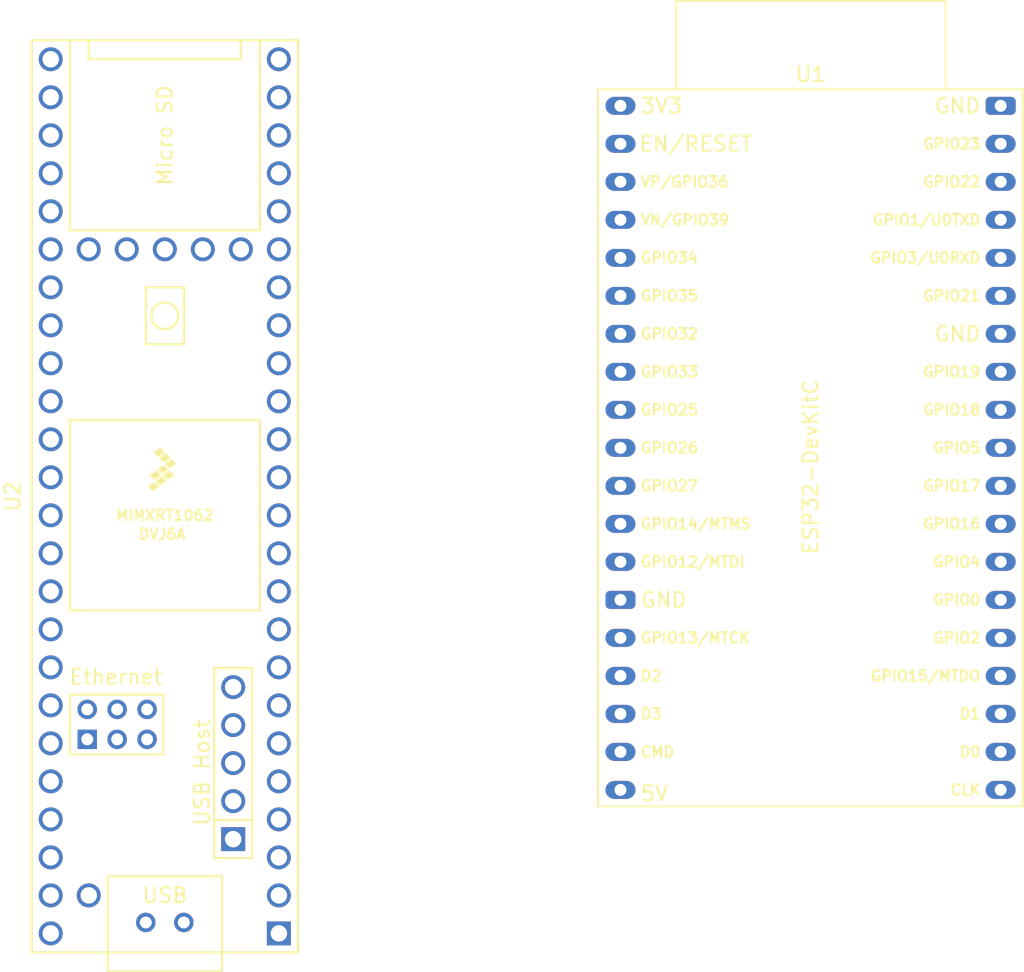
<source format=kicad_pcb>
(kicad_pcb (version 20171130) (host pcbnew "(5.1.12-5-g2758acfd42)-1")

  (general
    (thickness 1.6)
    (drawings 0)
    (tracks 0)
    (zones 0)
    (modules 2)
    (nets 106)
  )

  (page A4)
  (layers
    (0 F.Cu signal)
    (31 B.Cu signal)
    (32 B.Adhes user)
    (33 F.Adhes user)
    (34 B.Paste user)
    (35 F.Paste user)
    (36 B.SilkS user)
    (37 F.SilkS user)
    (38 B.Mask user)
    (39 F.Mask user)
    (40 Dwgs.User user)
    (41 Cmts.User user)
    (42 Eco1.User user)
    (43 Eco2.User user)
    (44 Edge.Cuts user)
    (45 Margin user)
    (46 B.CrtYd user)
    (47 F.CrtYd user)
    (48 B.Fab user)
    (49 F.Fab user)
  )

  (setup
    (last_trace_width 0.25)
    (trace_clearance 0.2)
    (zone_clearance 0.508)
    (zone_45_only no)
    (trace_min 0.2)
    (via_size 0.8)
    (via_drill 0.4)
    (via_min_size 0.4)
    (via_min_drill 0.3)
    (uvia_size 0.3)
    (uvia_drill 0.1)
    (uvias_allowed no)
    (uvia_min_size 0.2)
    (uvia_min_drill 0.1)
    (edge_width 0.05)
    (segment_width 0.2)
    (pcb_text_width 0.3)
    (pcb_text_size 1.5 1.5)
    (mod_edge_width 0.12)
    (mod_text_size 1 1)
    (mod_text_width 0.15)
    (pad_size 1.524 1.524)
    (pad_drill 0.762)
    (pad_to_mask_clearance 0)
    (aux_axis_origin 0 0)
    (visible_elements FFFFFF7F)
    (pcbplotparams
      (layerselection 0x010fc_ffffffff)
      (usegerberextensions false)
      (usegerberattributes true)
      (usegerberadvancedattributes true)
      (creategerberjobfile true)
      (excludeedgelayer true)
      (linewidth 0.100000)
      (plotframeref false)
      (viasonmask false)
      (mode 1)
      (useauxorigin false)
      (hpglpennumber 1)
      (hpglpenspeed 20)
      (hpglpendiameter 15.000000)
      (psnegative false)
      (psa4output false)
      (plotreference true)
      (plotvalue true)
      (plotinvisibletext false)
      (padsonsilk false)
      (subtractmaskfromsilk false)
      (outputformat 1)
      (mirror false)
      (drillshape 1)
      (scaleselection 1)
      (outputdirectory ""))
  )

  (net 0 "")
  (net 1 "Net-(U1-Pad38)")
  (net 2 "Net-(U1-Pad37)")
  (net 3 "Net-(U1-Pad36)")
  (net 4 "Net-(U1-Pad35)")
  (net 5 "Net-(U1-Pad34)")
  (net 6 "Net-(U1-Pad33)")
  (net 7 "Net-(U1-Pad32)")
  (net 8 "Net-(U1-Pad31)")
  (net 9 "Net-(U1-Pad30)")
  (net 10 "Net-(U1-Pad29)")
  (net 11 "Net-(U1-Pad28)")
  (net 12 "Net-(U1-Pad27)")
  (net 13 "Net-(U1-Pad26)")
  (net 14 "Net-(U1-Pad25)")
  (net 15 "Net-(U1-Pad24)")
  (net 16 "Net-(U1-Pad23)")
  (net 17 "Net-(U1-Pad22)")
  (net 18 "Net-(U1-Pad21)")
  (net 19 "Net-(U1-Pad20)")
  (net 20 "Net-(U1-Pad19)")
  (net 21 "Net-(U1-Pad18)")
  (net 22 "Net-(U1-Pad17)")
  (net 23 "Net-(U1-Pad16)")
  (net 24 "Net-(U1-Pad15)")
  (net 25 "Net-(U1-Pad14)")
  (net 26 "Net-(U1-Pad13)")
  (net 27 "Net-(U1-Pad12)")
  (net 28 "Net-(U1-Pad11)")
  (net 29 "Net-(U1-Pad10)")
  (net 30 "Net-(U1-Pad9)")
  (net 31 "Net-(U1-Pad8)")
  (net 32 "Net-(U1-Pad7)")
  (net 33 "Net-(U1-Pad6)")
  (net 34 "Net-(U1-Pad5)")
  (net 35 "Net-(U1-Pad4)")
  (net 36 "Net-(U1-Pad3)")
  (net 37 "Net-(U1-Pad2)")
  (net 38 "Net-(U1-Pad1)")
  (net 39 "Net-(U2-Pad66)")
  (net 40 "Net-(U2-Pad67)")
  (net 41 "Net-(U2-Pad54)")
  (net 42 "Net-(U2-Pad53)")
  (net 43 "Net-(U2-Pad52)")
  (net 44 "Net-(U2-Pad51)")
  (net 45 "Net-(U2-Pad50)")
  (net 46 "Net-(U2-Pad62)")
  (net 47 "Net-(U2-Pad63)")
  (net 48 "Net-(U2-Pad64)")
  (net 49 "Net-(U2-Pad61)")
  (net 50 "Net-(U2-Pad65)")
  (net 51 "Net-(U2-Pad60)")
  (net 52 "Net-(U2-Pad17)")
  (net 53 "Net-(U2-Pad18)")
  (net 54 "Net-(U2-Pad19)")
  (net 55 "Net-(U2-Pad20)")
  (net 56 "Net-(U2-Pad16)")
  (net 57 "Net-(U2-Pad15)")
  (net 58 "Net-(U2-Pad14)")
  (net 59 "Net-(U2-Pad21)")
  (net 60 "Net-(U2-Pad22)")
  (net 61 "Net-(U2-Pad23)")
  (net 62 "Net-(U2-Pad24)")
  (net 63 "Net-(U2-Pad25)")
  (net 64 "Net-(U2-Pad26)")
  (net 65 "Net-(U2-Pad27)")
  (net 66 "Net-(U2-Pad28)")
  (net 67 "Net-(U2-Pad29)")
  (net 68 "Net-(U2-Pad30)")
  (net 69 "Net-(U2-Pad31)")
  (net 70 "Net-(U2-Pad32)")
  (net 71 "Net-(U2-Pad33)")
  (net 72 "Net-(U2-Pad34)")
  (net 73 "Net-(U2-Pad13)")
  (net 74 "Net-(U2-Pad12)")
  (net 75 "Net-(U2-Pad11)")
  (net 76 "Net-(U2-Pad10)")
  (net 77 "Net-(U2-Pad9)")
  (net 78 "Net-(U2-Pad8)")
  (net 79 "Net-(U2-Pad7)")
  (net 80 "Net-(U2-Pad6)")
  (net 81 "Net-(U2-Pad5)")
  (net 82 "Net-(U2-Pad4)")
  (net 83 "Net-(U2-Pad3)")
  (net 84 "Net-(U2-Pad2)")
  (net 85 "Net-(U2-Pad1)")
  (net 86 "Net-(U2-Pad35)")
  (net 87 "Net-(U2-Pad36)")
  (net 88 "Net-(U2-Pad37)")
  (net 89 "Net-(U2-Pad38)")
  (net 90 "Net-(U2-Pad39)")
  (net 91 "Net-(U2-Pad40)")
  (net 92 "Net-(U2-Pad41)")
  (net 93 "Net-(U2-Pad42)")
  (net 94 "Net-(U2-Pad43)")
  (net 95 "Net-(U2-Pad44)")
  (net 96 "Net-(U2-Pad45)")
  (net 97 "Net-(U2-Pad46)")
  (net 98 "Net-(U2-Pad47)")
  (net 99 "Net-(U2-Pad48)")
  (net 100 "Net-(U2-Pad55)")
  (net 101 "Net-(U2-Pad56)")
  (net 102 "Net-(U2-Pad57)")
  (net 103 "Net-(U2-Pad58)")
  (net 104 "Net-(U2-Pad59)")
  (net 105 "Net-(U2-Pad49)")

  (net_class Default "This is the default net class."
    (clearance 0.2)
    (trace_width 0.25)
    (via_dia 0.8)
    (via_drill 0.4)
    (uvia_dia 0.3)
    (uvia_drill 0.1)
    (add_net "Net-(U1-Pad1)")
    (add_net "Net-(U1-Pad10)")
    (add_net "Net-(U1-Pad11)")
    (add_net "Net-(U1-Pad12)")
    (add_net "Net-(U1-Pad13)")
    (add_net "Net-(U1-Pad14)")
    (add_net "Net-(U1-Pad15)")
    (add_net "Net-(U1-Pad16)")
    (add_net "Net-(U1-Pad17)")
    (add_net "Net-(U1-Pad18)")
    (add_net "Net-(U1-Pad19)")
    (add_net "Net-(U1-Pad2)")
    (add_net "Net-(U1-Pad20)")
    (add_net "Net-(U1-Pad21)")
    (add_net "Net-(U1-Pad22)")
    (add_net "Net-(U1-Pad23)")
    (add_net "Net-(U1-Pad24)")
    (add_net "Net-(U1-Pad25)")
    (add_net "Net-(U1-Pad26)")
    (add_net "Net-(U1-Pad27)")
    (add_net "Net-(U1-Pad28)")
    (add_net "Net-(U1-Pad29)")
    (add_net "Net-(U1-Pad3)")
    (add_net "Net-(U1-Pad30)")
    (add_net "Net-(U1-Pad31)")
    (add_net "Net-(U1-Pad32)")
    (add_net "Net-(U1-Pad33)")
    (add_net "Net-(U1-Pad34)")
    (add_net "Net-(U1-Pad35)")
    (add_net "Net-(U1-Pad36)")
    (add_net "Net-(U1-Pad37)")
    (add_net "Net-(U1-Pad38)")
    (add_net "Net-(U1-Pad4)")
    (add_net "Net-(U1-Pad5)")
    (add_net "Net-(U1-Pad6)")
    (add_net "Net-(U1-Pad7)")
    (add_net "Net-(U1-Pad8)")
    (add_net "Net-(U1-Pad9)")
    (add_net "Net-(U2-Pad1)")
    (add_net "Net-(U2-Pad10)")
    (add_net "Net-(U2-Pad11)")
    (add_net "Net-(U2-Pad12)")
    (add_net "Net-(U2-Pad13)")
    (add_net "Net-(U2-Pad14)")
    (add_net "Net-(U2-Pad15)")
    (add_net "Net-(U2-Pad16)")
    (add_net "Net-(U2-Pad17)")
    (add_net "Net-(U2-Pad18)")
    (add_net "Net-(U2-Pad19)")
    (add_net "Net-(U2-Pad2)")
    (add_net "Net-(U2-Pad20)")
    (add_net "Net-(U2-Pad21)")
    (add_net "Net-(U2-Pad22)")
    (add_net "Net-(U2-Pad23)")
    (add_net "Net-(U2-Pad24)")
    (add_net "Net-(U2-Pad25)")
    (add_net "Net-(U2-Pad26)")
    (add_net "Net-(U2-Pad27)")
    (add_net "Net-(U2-Pad28)")
    (add_net "Net-(U2-Pad29)")
    (add_net "Net-(U2-Pad3)")
    (add_net "Net-(U2-Pad30)")
    (add_net "Net-(U2-Pad31)")
    (add_net "Net-(U2-Pad32)")
    (add_net "Net-(U2-Pad33)")
    (add_net "Net-(U2-Pad34)")
    (add_net "Net-(U2-Pad35)")
    (add_net "Net-(U2-Pad36)")
    (add_net "Net-(U2-Pad37)")
    (add_net "Net-(U2-Pad38)")
    (add_net "Net-(U2-Pad39)")
    (add_net "Net-(U2-Pad4)")
    (add_net "Net-(U2-Pad40)")
    (add_net "Net-(U2-Pad41)")
    (add_net "Net-(U2-Pad42)")
    (add_net "Net-(U2-Pad43)")
    (add_net "Net-(U2-Pad44)")
    (add_net "Net-(U2-Pad45)")
    (add_net "Net-(U2-Pad46)")
    (add_net "Net-(U2-Pad47)")
    (add_net "Net-(U2-Pad48)")
    (add_net "Net-(U2-Pad49)")
    (add_net "Net-(U2-Pad5)")
    (add_net "Net-(U2-Pad50)")
    (add_net "Net-(U2-Pad51)")
    (add_net "Net-(U2-Pad52)")
    (add_net "Net-(U2-Pad53)")
    (add_net "Net-(U2-Pad54)")
    (add_net "Net-(U2-Pad55)")
    (add_net "Net-(U2-Pad56)")
    (add_net "Net-(U2-Pad57)")
    (add_net "Net-(U2-Pad58)")
    (add_net "Net-(U2-Pad59)")
    (add_net "Net-(U2-Pad6)")
    (add_net "Net-(U2-Pad60)")
    (add_net "Net-(U2-Pad61)")
    (add_net "Net-(U2-Pad62)")
    (add_net "Net-(U2-Pad63)")
    (add_net "Net-(U2-Pad64)")
    (add_net "Net-(U2-Pad65)")
    (add_net "Net-(U2-Pad66)")
    (add_net "Net-(U2-Pad67)")
    (add_net "Net-(U2-Pad7)")
    (add_net "Net-(U2-Pad8)")
    (add_net "Net-(U2-Pad9)")
  )

  (module Espressif:ESP32-DevKitC (layer F.Cu) (tedit 60F5CABD) (tstamp 61FC2859)
    (at 100.57892 48.53686)
    (descr "ESP32-DevKitC: https://docs.espressif.com/projects/esp-idf/en/latest/esp32/hw-reference/esp32/get-started-devkitc.html")
    (tags ESP32)
    (path /61FC8009)
    (fp_text reference U1 (at 12.70368 -2.09728) (layer F.SilkS)
      (effects (font (size 1 1) (thickness 0.15)))
    )
    (fp_text value ESP32-DevKitC (at 12.70368 24.13272 90) (layer F.SilkS)
      (effects (font (size 1 1) (thickness 0.15)))
    )
    (fp_text user GND (at 24.13368 0.00272 unlocked) (layer F.SilkS)
      (effects (font (size 1 1) (thickness 0.15)) (justify right))
    )
    (fp_text user GPIO23 (at 24.13368 2.54272 unlocked) (layer F.SilkS)
      (effects (font (size 0.7 0.7) (thickness 0.15)) (justify right))
    )
    (fp_text user GPIO5 (at 24.13368 22.86272 unlocked) (layer F.SilkS)
      (effects (font (size 0.7 0.7) (thickness 0.15)) (justify right))
    )
    (fp_text user D0 (at 24.13368 43.18272 unlocked) (layer F.SilkS)
      (effects (font (size 0.7 0.7) (thickness 0.15)) (justify right))
    )
    (fp_text user 5V (at 1.27 45.974 unlocked) (layer F.SilkS)
      (effects (font (size 1 1) (thickness 0.15)) (justify left))
    )
    (fp_text user GPIO21 (at 24.13368 12.70272 unlocked) (layer F.SilkS)
      (effects (font (size 0.7 0.7) (thickness 0.15)) (justify right))
    )
    (fp_text user D1 (at 24.13368 40.64272 unlocked) (layer F.SilkS)
      (effects (font (size 0.7 0.7) (thickness 0.15)) (justify right))
    )
    (fp_text user GPIO12/MTDI (at 1.27368 30.48272 unlocked) (layer F.SilkS)
      (effects (font (size 0.7 0.7) (thickness 0.15)) (justify left))
    )
    (fp_text user VP/GPIO36 (at 1.27368 5.08272 unlocked) (layer F.SilkS)
      (effects (font (size 0.7 0.7) (thickness 0.15)) (justify left))
    )
    (fp_text user D2 (at 1.27368 38.10272 unlocked) (layer F.SilkS)
      (effects (font (size 0.7 0.7) (thickness 0.15)) (justify left))
    )
    (fp_text user GPIO27 (at 1.27368 25.40272 unlocked) (layer F.SilkS)
      (effects (font (size 0.7 0.7) (thickness 0.15)) (justify left))
    )
    (fp_text user GPIO33 (at 1.27368 17.78272 unlocked) (layer F.SilkS)
      (effects (font (size 0.7 0.7) (thickness 0.15)) (justify left))
    )
    (fp_text user GPIO19 (at 24.13368 17.78272 unlocked) (layer F.SilkS)
      (effects (font (size 0.7 0.7) (thickness 0.15)) (justify right))
    )
    (fp_text user VN/GPIO39 (at 1.27368 7.62272 unlocked) (layer F.SilkS)
      (effects (font (size 0.7 0.7) (thickness 0.15)) (justify left))
    )
    (fp_text user GPIO13/MTCK (at 1.27368 35.56272 unlocked) (layer F.SilkS)
      (effects (font (size 0.7 0.7) (thickness 0.15)) (justify left))
    )
    (fp_text user GPIO2 (at 24.13368 35.56272 unlocked) (layer F.SilkS)
      (effects (font (size 0.7 0.7) (thickness 0.15)) (justify right))
    )
    (fp_text user GPIO26 (at 1.27368 22.86272 unlocked) (layer F.SilkS)
      (effects (font (size 0.7 0.7) (thickness 0.15)) (justify left))
    )
    (fp_text user GPIO3/U0RXD (at 24.13368 10.16272 unlocked) (layer F.SilkS)
      (effects (font (size 0.7 0.7) (thickness 0.15)) (justify right))
    )
    (fp_text user 3V3 (at 1.27368 0.00272 unlocked) (layer F.SilkS)
      (effects (font (size 1 1) (thickness 0.15)) (justify left))
    )
    (fp_text user GPIO16 (at 24.13368 27.94272 unlocked) (layer F.SilkS)
      (effects (font (size 0.7 0.7) (thickness 0.15)) (justify right))
    )
    (fp_text user GPIO32 (at 1.27368 15.24272 unlocked) (layer F.SilkS)
      (effects (font (size 0.7 0.7) (thickness 0.15)) (justify left))
    )
    (fp_text user GPIO0 (at 24.13368 33.02272 unlocked) (layer F.SilkS)
      (effects (font (size 0.7 0.7) (thickness 0.15)) (justify right))
    )
    (fp_text user GND (at 1.27368 33.02272 unlocked) (layer F.SilkS)
      (effects (font (size 1 1) (thickness 0.15)) (justify left))
    )
    (fp_text user CLK (at 24.13368 45.72272 unlocked) (layer F.SilkS)
      (effects (font (size 0.7 0.7) (thickness 0.15)) (justify right))
    )
    (fp_text user EN/RESET (at 8.89 2.54 unlocked) (layer F.SilkS)
      (effects (font (size 1 1) (thickness 0.15)) (justify right))
    )
    (fp_text user GPIO4 (at 24.13368 30.48272 unlocked) (layer F.SilkS)
      (effects (font (size 0.7 0.7) (thickness 0.15)) (justify right))
    )
    (fp_text user GPIO35 (at 1.27368 12.70272 unlocked) (layer F.SilkS)
      (effects (font (size 0.7 0.7) (thickness 0.15)) (justify left))
    )
    (fp_text user GPIO14/MTMS (at 1.27368 27.94272 unlocked) (layer F.SilkS)
      (effects (font (size 0.7 0.7) (thickness 0.15)) (justify left))
    )
    (fp_text user GPIO34 (at 1.27368 10.16272 unlocked) (layer F.SilkS)
      (effects (font (size 0.7 0.7) (thickness 0.15)) (justify left))
    )
    (fp_text user D3 (at 1.27368 40.64272 unlocked) (layer F.SilkS)
      (effects (font (size 0.7 0.7) (thickness 0.15)) (justify left))
    )
    (fp_text user GPIO18 (at 24.13368 20.32272 unlocked) (layer F.SilkS)
      (effects (font (size 0.7 0.7) (thickness 0.15)) (justify right))
    )
    (fp_text user CMD (at 1.27368 43.18272 unlocked) (layer F.SilkS)
      (effects (font (size 0.7 0.7) (thickness 0.15)) (justify left))
    )
    (fp_text user GPIO22 (at 24.13368 5.08272 unlocked) (layer F.SilkS)
      (effects (font (size 0.7 0.7) (thickness 0.15)) (justify right))
    )
    (fp_text user GND (at 24.13368 15.24272 unlocked) (layer F.SilkS)
      (effects (font (size 1 1) (thickness 0.15)) (justify right))
    )
    (fp_text user GPIO17 (at 24.13368 25.40272 unlocked) (layer F.SilkS)
      (effects (font (size 0.7 0.7) (thickness 0.15)) (justify right))
    )
    (fp_text user GPIO1/U0TXD (at 24.13368 7.62272 unlocked) (layer F.SilkS)
      (effects (font (size 0.7 0.7) (thickness 0.15)) (justify right))
    )
    (fp_text user GPIO15/MTDO (at 24.13368 38.10272 unlocked) (layer F.SilkS)
      (effects (font (size 0.7 0.7) (thickness 0.15)) (justify right))
    )
    (fp_text user GPIO25 (at 1.27368 20.32272 unlocked) (layer F.SilkS)
      (effects (font (size 0.7 0.7) (thickness 0.15)) (justify left))
    )
    (fp_text user REF** (at 0 0) (layer F.Fab)
      (effects (font (size 1 1) (thickness 0.15)))
    )
    (fp_line (start 21.717 -7.0104) (end 21.717 -1.1176) (layer F.SilkS) (width 0.12))
    (fp_line (start 3.7338 -7.0104) (end 21.717 -7.0104) (layer F.SilkS) (width 0.12))
    (fp_line (start 3.7338 -1.1176) (end 3.7338 -7.0104) (layer F.SilkS) (width 0.12))
    (fp_line (start -1.24632 46.57272) (end -1.24632 -0.84728) (layer F.CrtYd) (width 0.05))
    (fp_line (start 26.65368 -0.84728) (end 26.65368 46.57272) (layer F.CrtYd) (width 0.05))
    (fp_line (start -1.24632 -0.84728) (end 26.65368 -0.84728) (layer F.CrtYd) (width 0.05))
    (fp_line (start 26.65368 46.57272) (end -1.24632 46.57272) (layer F.CrtYd) (width 0.05))
    (fp_line (start -1.496319 -1.09728) (end -1.49632 46.82272) (layer F.SilkS) (width 0.12))
    (fp_line (start 26.90368 -1.09728) (end -1.496319 -1.09728) (layer F.SilkS) (width 0.12))
    (fp_line (start 26.903679 46.82272) (end 26.90368 -1.09728) (layer F.SilkS) (width 0.12))
    (fp_line (start -1.49632 46.82272) (end 26.903679 46.82272) (layer F.SilkS) (width 0.12))
    (pad 38 thru_hole roundrect (at 25.40368 0.00272 270) (size 1.2 2) (drill 0.8) (layers *.Cu *.Mask) (roundrect_rratio 0.25)
      (net 1 "Net-(U1-Pad38)"))
    (pad 37 thru_hole oval (at 25.40368 2.54272 270) (size 1.2 2) (drill 0.8) (layers *.Cu *.Mask)
      (net 2 "Net-(U1-Pad37)"))
    (pad 36 thru_hole oval (at 25.40368 5.08272 270) (size 1.2 2) (drill 0.8) (layers *.Cu *.Mask)
      (net 3 "Net-(U1-Pad36)"))
    (pad 35 thru_hole oval (at 25.40368 7.62272 270) (size 1.2 2) (drill 0.8) (layers *.Cu *.Mask)
      (net 4 "Net-(U1-Pad35)"))
    (pad 34 thru_hole oval (at 25.40368 10.16272 270) (size 1.2 2) (drill 0.8) (layers *.Cu *.Mask)
      (net 5 "Net-(U1-Pad34)"))
    (pad 33 thru_hole oval (at 25.40368 12.70272 270) (size 1.2 2) (drill 0.8) (layers *.Cu *.Mask)
      (net 6 "Net-(U1-Pad33)"))
    (pad 32 thru_hole oval (at 25.40368 15.24272 270) (size 1.2 2) (drill 0.8) (layers *.Cu *.Mask)
      (net 7 "Net-(U1-Pad32)"))
    (pad 31 thru_hole oval (at 25.40368 17.78272 270) (size 1.2 2) (drill 0.8) (layers *.Cu *.Mask)
      (net 8 "Net-(U1-Pad31)"))
    (pad 30 thru_hole oval (at 25.40368 20.32272 270) (size 1.2 2) (drill 0.8) (layers *.Cu *.Mask)
      (net 9 "Net-(U1-Pad30)"))
    (pad 29 thru_hole oval (at 25.40368 22.86272 270) (size 1.2 2) (drill 0.8) (layers *.Cu *.Mask)
      (net 10 "Net-(U1-Pad29)"))
    (pad 28 thru_hole oval (at 25.40368 25.40272 270) (size 1.2 2) (drill 0.8) (layers *.Cu *.Mask)
      (net 11 "Net-(U1-Pad28)"))
    (pad 27 thru_hole oval (at 25.40368 27.94272 270) (size 1.2 2) (drill 0.8) (layers *.Cu *.Mask)
      (net 12 "Net-(U1-Pad27)"))
    (pad 26 thru_hole oval (at 25.40368 30.48272 270) (size 1.2 2) (drill 0.8) (layers *.Cu *.Mask)
      (net 13 "Net-(U1-Pad26)"))
    (pad 25 thru_hole oval (at 25.40368 33.02272 270) (size 1.2 2) (drill 0.8) (layers *.Cu *.Mask)
      (net 14 "Net-(U1-Pad25)"))
    (pad 24 thru_hole oval (at 25.40368 35.56272 270) (size 1.2 2) (drill 0.8) (layers *.Cu *.Mask)
      (net 15 "Net-(U1-Pad24)"))
    (pad 23 thru_hole oval (at 25.40368 38.10272 270) (size 1.2 2) (drill 0.8) (layers *.Cu *.Mask)
      (net 16 "Net-(U1-Pad23)"))
    (pad 22 thru_hole oval (at 25.40368 40.64272 270) (size 1.2 2) (drill 0.8) (layers *.Cu *.Mask)
      (net 17 "Net-(U1-Pad22)"))
    (pad 21 thru_hole oval (at 25.4 43.18 270) (size 1.2 2) (drill 0.8) (layers *.Cu *.Mask)
      (net 18 "Net-(U1-Pad21)"))
    (pad 20 thru_hole oval (at 25.4 45.72 270) (size 1.2 2) (drill 0.8) (layers *.Cu *.Mask)
      (net 19 "Net-(U1-Pad20)"))
    (pad 19 thru_hole oval (at 0.00368 45.72272 270) (size 1.2 2) (drill 0.8) (layers *.Cu *.Mask)
      (net 20 "Net-(U1-Pad19)"))
    (pad 18 thru_hole oval (at 0.00368 43.18272 270) (size 1.2 2) (drill 0.8) (layers *.Cu *.Mask)
      (net 21 "Net-(U1-Pad18)"))
    (pad 17 thru_hole oval (at 0.00368 40.64272 270) (size 1.2 2) (drill 0.8) (layers *.Cu *.Mask)
      (net 22 "Net-(U1-Pad17)"))
    (pad 16 thru_hole oval (at 0.00368 38.10272 270) (size 1.2 2) (drill 0.8) (layers *.Cu *.Mask)
      (net 23 "Net-(U1-Pad16)"))
    (pad 15 thru_hole oval (at 0.00368 35.56272 270) (size 1.2 2) (drill 0.8) (layers *.Cu *.Mask)
      (net 24 "Net-(U1-Pad15)"))
    (pad 14 thru_hole roundrect (at 0.00368 33.02272 270) (size 1.2 2) (drill 0.8) (layers *.Cu *.Mask) (roundrect_rratio 0.25)
      (net 25 "Net-(U1-Pad14)"))
    (pad 13 thru_hole oval (at 0.00368 30.48272 270) (size 1.2 2) (drill 0.8) (layers *.Cu *.Mask)
      (net 26 "Net-(U1-Pad13)"))
    (pad 12 thru_hole oval (at 0.00368 27.94272 270) (size 1.2 2) (drill 0.8) (layers *.Cu *.Mask)
      (net 27 "Net-(U1-Pad12)"))
    (pad 11 thru_hole oval (at 0.00368 25.40272 270) (size 1.2 2) (drill 0.8) (layers *.Cu *.Mask)
      (net 28 "Net-(U1-Pad11)"))
    (pad 10 thru_hole oval (at 0.00368 22.86272 270) (size 1.2 2) (drill 0.8) (layers *.Cu *.Mask)
      (net 29 "Net-(U1-Pad10)"))
    (pad 9 thru_hole oval (at 0.00368 20.32272 270) (size 1.2 2) (drill 0.8) (layers *.Cu *.Mask)
      (net 30 "Net-(U1-Pad9)"))
    (pad 8 thru_hole oval (at 0.00368 17.78272 270) (size 1.2 2) (drill 0.8) (layers *.Cu *.Mask)
      (net 31 "Net-(U1-Pad8)"))
    (pad 7 thru_hole oval (at 0.00368 15.24272 270) (size 1.2 2) (drill 0.8) (layers *.Cu *.Mask)
      (net 32 "Net-(U1-Pad7)"))
    (pad 6 thru_hole oval (at 0.00368 12.70272 270) (size 1.2 2) (drill 0.8) (layers *.Cu *.Mask)
      (net 33 "Net-(U1-Pad6)"))
    (pad 5 thru_hole oval (at 0.00368 10.16272 270) (size 1.2 2) (drill 0.8) (layers *.Cu *.Mask)
      (net 34 "Net-(U1-Pad5)"))
    (pad 4 thru_hole oval (at 0.00368 7.62272 270) (size 1.2 2) (drill 0.8) (layers *.Cu *.Mask)
      (net 35 "Net-(U1-Pad4)"))
    (pad 3 thru_hole oval (at 0.00368 5.08272 270) (size 1.2 2) (drill 0.8) (layers *.Cu *.Mask)
      (net 36 "Net-(U1-Pad3)"))
    (pad 2 thru_hole oval (at 0.00368 2.54272 270) (size 1.2 2) (drill 0.8) (layers *.Cu *.Mask)
      (net 37 "Net-(U1-Pad2)"))
    (pad 1 thru_hole oval (at 0.00368 0.00272 270) (size 1.2 2) (drill 0.8) (layers *.Cu *.Mask)
      (net 38 "Net-(U1-Pad1)"))
  )

  (module teensy:Teensy41 (layer F.Cu) (tedit 5FD6DEAD) (tstamp 61FC2221)
    (at 70.14464 74.6379 90)
    (path /61FC4983)
    (fp_text reference U2 (at 0 -10.16 90) (layer F.SilkS)
      (effects (font (size 1 1) (thickness 0.15)))
    )
    (fp_text value Teensy4.1 (at 0 10.16 90) (layer F.Fab)
      (effects (font (size 1 1) (thickness 0.15)))
    )
    (fp_text user "USB Host" (at -18.4658 2.4892 90) (layer F.SilkS)
      (effects (font (size 1 1) (thickness 0.15)))
    )
    (fp_text user Ethernet (at -12.065 -3.2766) (layer F.SilkS)
      (effects (font (size 1 1) (thickness 0.15)))
    )
    (fp_text user USB (at -26.67 0 180) (layer F.SilkS)
      (effects (font (size 1 1) (thickness 0.15)))
    )
    (fp_text user "Micro SD" (at 24.13 0 90) (layer F.SilkS)
      (effects (font (size 1 1) (thickness 0.15)))
    )
    (fp_text user MIMXRT1062 (at -1.27 0 180) (layer F.SilkS)
      (effects (font (size 0.7 0.7) (thickness 0.15)))
    )
    (fp_text user DVJ6A (at -2.54 -0.18 180) (layer F.SilkS)
      (effects (font (size 0.7 0.7) (thickness 0.15)))
    )
    (fp_circle (center 12.065 0) (end 12.7 -0.635) (layer F.SilkS) (width 0.15))
    (fp_line (start -7.62 -6.35) (end -7.62 6.35) (layer F.SilkS) (width 0.15))
    (fp_line (start 5.08 -6.35) (end -7.62 -6.35) (layer F.SilkS) (width 0.15))
    (fp_line (start 5.08 6.35) (end 5.08 -6.35) (layer F.SilkS) (width 0.15))
    (fp_line (start -7.62 6.35) (end 5.08 6.35) (layer F.SilkS) (width 0.15))
    (fp_line (start -17.25 -6.3516) (end -17.25 -6.1016) (layer F.SilkS) (width 0.15))
    (fp_line (start -13.25 -6.3516) (end -17.25 -6.3516) (layer F.SilkS) (width 0.15))
    (fp_line (start -13.25 -0.1016) (end -13.25 -6.3516) (layer F.SilkS) (width 0.15))
    (fp_line (start -17.25 -0.1016) (end -13.25 -0.1016) (layer F.SilkS) (width 0.15))
    (fp_line (start -17.25 -6.1016) (end -17.25 -0.1016) (layer F.SilkS) (width 0.15))
    (fp_line (start -21.6408 3.2992) (end -21.6408 5.8392) (layer F.SilkS) (width 0.15))
    (fp_line (start -24.1808 3.2992) (end -21.6408 3.2992) (layer F.SilkS) (width 0.15))
    (fp_line (start -24.1808 5.8392) (end -24.1808 3.2992) (layer F.SilkS) (width 0.15))
    (fp_line (start -11.4808 5.8392) (end -24.1808 5.8392) (layer F.SilkS) (width 0.15))
    (fp_line (start -11.4808 3.2992) (end -11.4808 5.8392) (layer F.SilkS) (width 0.15))
    (fp_line (start -24.1808 3.2992) (end -11.4808 3.2992) (layer F.SilkS) (width 0.15))
    (fp_line (start 10.16 -1.27) (end 13.97 -1.27) (layer F.SilkS) (width 0.15))
    (fp_line (start 10.16 1.27) (end 10.16 -1.27) (layer F.SilkS) (width 0.15))
    (fp_line (start 13.97 1.27) (end 10.16 1.27) (layer F.SilkS) (width 0.15))
    (fp_line (start 13.97 -1.27) (end 13.97 1.27) (layer F.SilkS) (width 0.15))
    (fp_line (start 29.21 5.08) (end 30.48 5.08) (layer F.SilkS) (width 0.15))
    (fp_line (start 29.21 -5.08) (end 29.21 5.08) (layer F.SilkS) (width 0.15))
    (fp_line (start 30.48 -5.08) (end 29.21 -5.08) (layer F.SilkS) (width 0.15))
    (fp_line (start 17.78 6.35) (end 30.48 6.35) (layer F.SilkS) (width 0.15))
    (fp_line (start 17.78 -6.35) (end 17.78 6.35) (layer F.SilkS) (width 0.15))
    (fp_line (start 30.48 -6.35) (end 17.78 -6.35) (layer F.SilkS) (width 0.15))
    (fp_line (start -30.48 3.81) (end -31.75 3.81) (layer F.SilkS) (width 0.15))
    (fp_line (start -31.75 3.81) (end -31.75 -3.81) (layer F.SilkS) (width 0.15))
    (fp_line (start -31.75 -3.81) (end -30.48 -3.81) (layer F.SilkS) (width 0.15))
    (fp_line (start -25.4 3.81) (end -25.4 -3.81) (layer F.SilkS) (width 0.15))
    (fp_line (start -25.4 -3.81) (end -30.48 -3.81) (layer F.SilkS) (width 0.15))
    (fp_line (start -25.4 3.81) (end -30.48 3.81) (layer F.SilkS) (width 0.15))
    (fp_line (start -30.48 -8.89) (end 30.48 -8.89) (layer F.SilkS) (width 0.15))
    (fp_line (start 30.48 -8.89) (end 30.48 8.89) (layer F.SilkS) (width 0.15))
    (fp_line (start 30.48 8.89) (end -30.48 8.89) (layer F.SilkS) (width 0.15))
    (fp_line (start -30.48 8.89) (end -30.48 -8.89) (layer F.SilkS) (width 0.15))
    (fp_poly (pts (xy 2.435 0.455) (xy 2.181 0.709) (xy 1.927 0.328) (xy 2.181 0.074)) (layer F.SilkS) (width 0.1))
    (fp_poly (pts (xy 2.054 -0.053) (xy 1.8 0.201) (xy 1.546 -0.18) (xy 1.8 -0.434)) (layer F.SilkS) (width 0.1))
    (fp_poly (pts (xy 1.673 -0.561) (xy 1.419 -0.307) (xy 1.165 -0.688) (xy 1.419 -0.942)) (layer F.SilkS) (width 0.1))
    (fp_poly (pts (xy 1.673 0.328) (xy 1.419 0.582) (xy 1.165 0.201) (xy 1.419 -0.053)) (layer F.SilkS) (width 0.1))
    (fp_poly (pts (xy 1.292 -0.18) (xy 1.038 0.074) (xy 0.784 -0.307) (xy 1.038 -0.561)) (layer F.SilkS) (width 0.1))
    (fp_poly (pts (xy 0.911 -0.688) (xy 0.657 -0.434) (xy 0.403 -0.815) (xy 0.657 -1.069)) (layer F.SilkS) (width 0.1))
    (fp_poly (pts (xy 2.816 0.074) (xy 2.562 0.328) (xy 2.308 -0.053) (xy 2.562 -0.307)) (layer F.SilkS) (width 0.1))
    (fp_poly (pts (xy 3.197 -0.307) (xy 2.943 -0.053) (xy 2.689 -0.434) (xy 2.943 -0.688)) (layer F.SilkS) (width 0.1))
    (pad 66 thru_hole circle (at -28.48 -1.27 90) (size 1.3 1.3) (drill 0.8) (layers *.Cu *.Mask)
      (net 39 "Net-(U2-Pad66)"))
    (pad 67 thru_hole circle (at -28.48 1.27 90) (size 1.3 1.3) (drill 0.8) (layers *.Cu *.Mask)
      (net 40 "Net-(U2-Pad67)"))
    (pad 54 thru_hole circle (at 16.51 -5.08 90) (size 1.6 1.6) (drill 1.1) (layers *.Cu *.Mask)
      (net 41 "Net-(U2-Pad54)"))
    (pad 53 thru_hole circle (at 16.51 -2.54 90) (size 1.6 1.6) (drill 1.1) (layers *.Cu *.Mask)
      (net 42 "Net-(U2-Pad53)"))
    (pad 52 thru_hole circle (at 16.51 0 90) (size 1.6 1.6) (drill 1.1) (layers *.Cu *.Mask)
      (net 43 "Net-(U2-Pad52)"))
    (pad 51 thru_hole circle (at 16.51 2.54 90) (size 1.6 1.6) (drill 1.1) (layers *.Cu *.Mask)
      (net 44 "Net-(U2-Pad51)"))
    (pad 50 thru_hole circle (at 16.51 5.08 90) (size 1.6 1.6) (drill 1.1) (layers *.Cu *.Mask)
      (net 45 "Net-(U2-Pad50)"))
    (pad 62 thru_hole circle (at -16.24 -1.1816 90) (size 1.3 1.3) (drill 0.8) (layers *.Cu *.Mask)
      (net 46 "Net-(U2-Pad62)"))
    (pad 63 thru_hole circle (at -14.24 -1.1816 90) (size 1.3 1.3) (drill 0.8) (layers *.Cu *.Mask)
      (net 47 "Net-(U2-Pad63)"))
    (pad 64 thru_hole circle (at -14.24 -3.1816 90) (size 1.3 1.3) (drill 0.8) (layers *.Cu *.Mask)
      (net 48 "Net-(U2-Pad64)"))
    (pad 61 thru_hole circle (at -16.24 -3.1816 90) (size 1.3 1.3) (drill 0.8) (layers *.Cu *.Mask)
      (net 49 "Net-(U2-Pad61)"))
    (pad 65 thru_hole circle (at -14.24 -5.1816 90) (size 1.3 1.3) (drill 0.8) (layers *.Cu *.Mask)
      (net 50 "Net-(U2-Pad65)"))
    (pad 60 thru_hole rect (at -16.24 -5.1816 90) (size 1.3 1.3) (drill 0.8) (layers *.Cu *.Mask)
      (net 51 "Net-(U2-Pad60)"))
    (pad 17 thru_hole circle (at 11.43 7.62 90) (size 1.6 1.6) (drill 1.1) (layers *.Cu *.Mask)
      (net 52 "Net-(U2-Pad17)"))
    (pad 18 thru_hole circle (at 13.97 7.62 90) (size 1.6 1.6) (drill 1.1) (layers *.Cu *.Mask)
      (net 53 "Net-(U2-Pad18)"))
    (pad 19 thru_hole circle (at 16.51 7.62 90) (size 1.6 1.6) (drill 1.1) (layers *.Cu *.Mask)
      (net 54 "Net-(U2-Pad19)"))
    (pad 20 thru_hole circle (at 19.05 7.62 90) (size 1.6 1.6) (drill 1.1) (layers *.Cu *.Mask)
      (net 55 "Net-(U2-Pad20)"))
    (pad 16 thru_hole circle (at 8.89 7.62 90) (size 1.6 1.6) (drill 1.1) (layers *.Cu *.Mask)
      (net 56 "Net-(U2-Pad16)"))
    (pad 15 thru_hole circle (at 6.35 7.62 90) (size 1.6 1.6) (drill 1.1) (layers *.Cu *.Mask)
      (net 57 "Net-(U2-Pad15)"))
    (pad 14 thru_hole circle (at 3.81 7.62 90) (size 1.6 1.6) (drill 1.1) (layers *.Cu *.Mask)
      (net 58 "Net-(U2-Pad14)"))
    (pad 21 thru_hole circle (at 21.59 7.62 90) (size 1.6 1.6) (drill 1.1) (layers *.Cu *.Mask)
      (net 59 "Net-(U2-Pad21)"))
    (pad 22 thru_hole circle (at 24.13 7.62 90) (size 1.6 1.6) (drill 1.1) (layers *.Cu *.Mask)
      (net 60 "Net-(U2-Pad22)"))
    (pad 23 thru_hole circle (at 26.67 7.62 90) (size 1.6 1.6) (drill 1.1) (layers *.Cu *.Mask)
      (net 61 "Net-(U2-Pad23)"))
    (pad 24 thru_hole circle (at 29.21 7.62 90) (size 1.6 1.6) (drill 1.1) (layers *.Cu *.Mask)
      (net 62 "Net-(U2-Pad24)"))
    (pad 25 thru_hole circle (at 29.21 -7.62 90) (size 1.6 1.6) (drill 1.1) (layers *.Cu *.Mask)
      (net 63 "Net-(U2-Pad25)"))
    (pad 26 thru_hole circle (at 26.67 -7.62 90) (size 1.6 1.6) (drill 1.1) (layers *.Cu *.Mask)
      (net 64 "Net-(U2-Pad26)"))
    (pad 27 thru_hole circle (at 24.13 -7.62 90) (size 1.6 1.6) (drill 1.1) (layers *.Cu *.Mask)
      (net 65 "Net-(U2-Pad27)"))
    (pad 28 thru_hole circle (at 21.59 -7.62 90) (size 1.6 1.6) (drill 1.1) (layers *.Cu *.Mask)
      (net 66 "Net-(U2-Pad28)"))
    (pad 29 thru_hole circle (at 19.05 -7.62 90) (size 1.6 1.6) (drill 1.1) (layers *.Cu *.Mask)
      (net 67 "Net-(U2-Pad29)"))
    (pad 30 thru_hole circle (at 16.51 -7.62 90) (size 1.6 1.6) (drill 1.1) (layers *.Cu *.Mask)
      (net 68 "Net-(U2-Pad30)"))
    (pad 31 thru_hole circle (at 13.97 -7.62 90) (size 1.6 1.6) (drill 1.1) (layers *.Cu *.Mask)
      (net 69 "Net-(U2-Pad31)"))
    (pad 32 thru_hole circle (at 11.43 -7.62 90) (size 1.6 1.6) (drill 1.1) (layers *.Cu *.Mask)
      (net 70 "Net-(U2-Pad32)"))
    (pad 33 thru_hole circle (at 8.89 -7.62 90) (size 1.6 1.6) (drill 1.1) (layers *.Cu *.Mask)
      (net 71 "Net-(U2-Pad33)"))
    (pad 34 thru_hole circle (at 6.35 -7.62 90) (size 1.6 1.6) (drill 1.1) (layers *.Cu *.Mask)
      (net 72 "Net-(U2-Pad34)"))
    (pad 13 thru_hole circle (at 1.27 7.62 90) (size 1.6 1.6) (drill 1.1) (layers *.Cu *.Mask)
      (net 73 "Net-(U2-Pad13)"))
    (pad 12 thru_hole circle (at -1.27 7.62 90) (size 1.6 1.6) (drill 1.1) (layers *.Cu *.Mask)
      (net 74 "Net-(U2-Pad12)"))
    (pad 11 thru_hole circle (at -3.81 7.62 90) (size 1.6 1.6) (drill 1.1) (layers *.Cu *.Mask)
      (net 75 "Net-(U2-Pad11)"))
    (pad 10 thru_hole circle (at -6.35 7.62 90) (size 1.6 1.6) (drill 1.1) (layers *.Cu *.Mask)
      (net 76 "Net-(U2-Pad10)"))
    (pad 9 thru_hole circle (at -8.89 7.62 90) (size 1.6 1.6) (drill 1.1) (layers *.Cu *.Mask)
      (net 77 "Net-(U2-Pad9)"))
    (pad 8 thru_hole circle (at -11.43 7.62 90) (size 1.6 1.6) (drill 1.1) (layers *.Cu *.Mask)
      (net 78 "Net-(U2-Pad8)"))
    (pad 7 thru_hole circle (at -13.97 7.62 90) (size 1.6 1.6) (drill 1.1) (layers *.Cu *.Mask)
      (net 79 "Net-(U2-Pad7)"))
    (pad 6 thru_hole circle (at -16.51 7.62 90) (size 1.6 1.6) (drill 1.1) (layers *.Cu *.Mask)
      (net 80 "Net-(U2-Pad6)"))
    (pad 5 thru_hole circle (at -19.05 7.62 90) (size 1.6 1.6) (drill 1.1) (layers *.Cu *.Mask)
      (net 81 "Net-(U2-Pad5)"))
    (pad 4 thru_hole circle (at -21.59 7.62 90) (size 1.6 1.6) (drill 1.1) (layers *.Cu *.Mask)
      (net 82 "Net-(U2-Pad4)"))
    (pad 3 thru_hole circle (at -24.13 7.62 90) (size 1.6 1.6) (drill 1.1) (layers *.Cu *.Mask)
      (net 83 "Net-(U2-Pad3)"))
    (pad 2 thru_hole circle (at -26.67 7.62 90) (size 1.6 1.6) (drill 1.1) (layers *.Cu *.Mask)
      (net 84 "Net-(U2-Pad2)"))
    (pad 1 thru_hole rect (at -29.21 7.62 90) (size 1.6 1.6) (drill 1.1) (layers *.Cu *.Mask)
      (net 85 "Net-(U2-Pad1)"))
    (pad 35 thru_hole circle (at 3.81 -7.62 90) (size 1.6 1.6) (drill 1.1) (layers *.Cu *.Mask)
      (net 86 "Net-(U2-Pad35)"))
    (pad 36 thru_hole circle (at 1.27 -7.62 90) (size 1.6 1.6) (drill 1.1) (layers *.Cu *.Mask)
      (net 87 "Net-(U2-Pad36)"))
    (pad 37 thru_hole circle (at -1.27 -7.62 90) (size 1.6 1.6) (drill 1.1) (layers *.Cu *.Mask)
      (net 88 "Net-(U2-Pad37)"))
    (pad 38 thru_hole circle (at -3.81 -7.62 90) (size 1.6 1.6) (drill 1.1) (layers *.Cu *.Mask)
      (net 89 "Net-(U2-Pad38)"))
    (pad 39 thru_hole circle (at -6.35 -7.62 90) (size 1.6 1.6) (drill 1.1) (layers *.Cu *.Mask)
      (net 90 "Net-(U2-Pad39)"))
    (pad 40 thru_hole circle (at -8.89 -7.62 90) (size 1.6 1.6) (drill 1.1) (layers *.Cu *.Mask)
      (net 91 "Net-(U2-Pad40)"))
    (pad 41 thru_hole circle (at -11.43 -7.62 90) (size 1.6 1.6) (drill 1.1) (layers *.Cu *.Mask)
      (net 92 "Net-(U2-Pad41)"))
    (pad 42 thru_hole circle (at -13.97 -7.62 90) (size 1.6 1.6) (drill 1.1) (layers *.Cu *.Mask)
      (net 93 "Net-(U2-Pad42)"))
    (pad 43 thru_hole circle (at -16.51 -7.62 90) (size 1.6 1.6) (drill 1.1) (layers *.Cu *.Mask)
      (net 94 "Net-(U2-Pad43)"))
    (pad 44 thru_hole circle (at -19.05 -7.62 90) (size 1.6 1.6) (drill 1.1) (layers *.Cu *.Mask)
      (net 95 "Net-(U2-Pad44)"))
    (pad 45 thru_hole circle (at -21.59 -7.62 90) (size 1.6 1.6) (drill 1.1) (layers *.Cu *.Mask)
      (net 96 "Net-(U2-Pad45)"))
    (pad 46 thru_hole circle (at -24.13 -7.62 90) (size 1.6 1.6) (drill 1.1) (layers *.Cu *.Mask)
      (net 97 "Net-(U2-Pad46)"))
    (pad 47 thru_hole circle (at -26.67 -7.62 90) (size 1.6 1.6) (drill 1.1) (layers *.Cu *.Mask)
      (net 98 "Net-(U2-Pad47)"))
    (pad 48 thru_hole circle (at -29.21 -7.62 90) (size 1.6 1.6) (drill 1.1) (layers *.Cu *.Mask)
      (net 99 "Net-(U2-Pad48)"))
    (pad 55 thru_hole rect (at -22.9108 4.5692 90) (size 1.6 1.6) (drill 1.1) (layers *.Cu *.Mask)
      (net 100 "Net-(U2-Pad55)"))
    (pad 56 thru_hole circle (at -20.3708 4.5692 90) (size 1.6 1.6) (drill 1.1) (layers *.Cu *.Mask)
      (net 101 "Net-(U2-Pad56)"))
    (pad 57 thru_hole circle (at -17.8308 4.5692 90) (size 1.6 1.6) (drill 1.1) (layers *.Cu *.Mask)
      (net 102 "Net-(U2-Pad57)"))
    (pad 58 thru_hole circle (at -15.2908 4.5692 90) (size 1.6 1.6) (drill 1.1) (layers *.Cu *.Mask)
      (net 103 "Net-(U2-Pad58)"))
    (pad 59 thru_hole circle (at -12.7508 4.5692 90) (size 1.6 1.6) (drill 1.1) (layers *.Cu *.Mask)
      (net 104 "Net-(U2-Pad59)"))
    (pad 49 thru_hole circle (at -26.67 -5.08 90) (size 1.6 1.6) (drill 1.1) (layers *.Cu *.Mask)
      (net 105 "Net-(U2-Pad49)"))
    (model ${KICAD_USER_DIR}/teensy.pretty/Teensy_4.1_Assembly.STEP
      (offset (xyz 0 0 0.762))
      (scale (xyz 1 1 1))
      (rotate (xyz 0 0 0))
    )
  )

)

</source>
